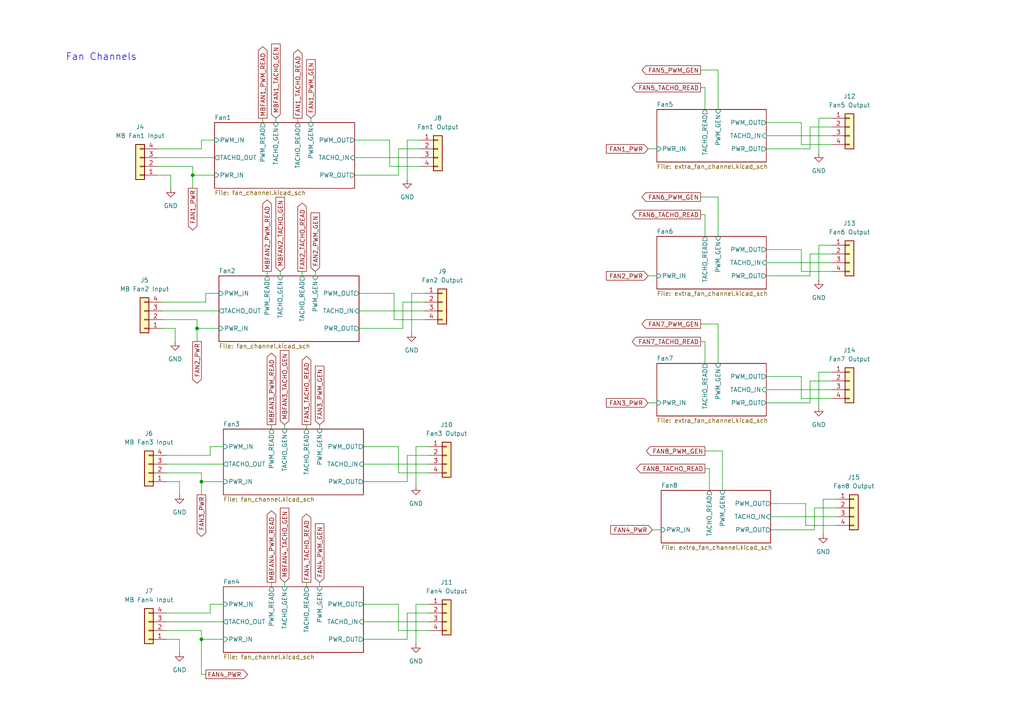
<source format=kicad_sch>
(kicad_sch (version 20211123) (generator eeschema)
  (paper "A4")
  (title_block (title "FanPico-0804D v1.2") (date "2023-02-17") (company "Timo Kokkonen <tjko@iki.fi>") (comment 3 "Fanpico firmware reference PCB."))
  (lib_symbols
    (symbol "Connector_Generic:Conn_01x04" (pin_names (offset 1.016) hide)
      (property "Reference" "J" (at 0 5.08 0))
      (property "Value" "Conn_01x04" (at 0 -7.62 0))
      (symbol "Conn_01x04_1_1"
        (rectangle (start -1.27 -4.953) (end 0 -5.207) (stroke (width 0.1524)))
        (rectangle (start -1.27 -2.413) (end 0 -2.667) (stroke (width 0.1524)))
        (rectangle (start -1.27 0.127) (end 0 -0.127) (stroke (width 0.1524)))
        (rectangle (start -1.27 2.667) (end 0 2.413) (stroke (width 0.1524)))
        (rectangle (start -1.27 3.81) (end 1.27 -6.35) (stroke (width 0.254)) (fill (type background)))
        (pin passive line (at -5.08 2.54 0) (length 3.81) (name "Pin_1") (number "1"))
        (pin passive line (at -5.08 0 0) (length 3.81) (name "Pin_2") (number "2"))
        (pin passive line (at -5.08 -2.54 0) (length 3.81) (name "Pin_3") (number "3"))
        (pin passive line (at -5.08 -5.08 0) (length 3.81) (name "Pin_4") (number "4"))
      )
    )
    (symbol "power:GND" (power) (pin_names (offset 0))
      (property "Value" "GND" (at 0 -3.81 0))
      (symbol "GND_0_1"
        (polyline (pts (xy 0 0) (xy 0 -1.27) (xy 1.27 -1.27) (xy 0 -2.54) (xy -1.27 -1.27) (xy 0 -1.27)))
      )
      (symbol "GND_1_1"
        (pin power_in line (at 0 0 270) (length 0) hide (name "GND") (number "1"))
      )
    )
  )
  (junction (at 57.15 95.25))
  (junction (at 55.88 50.8))
  (junction (at 58.42 185.42))
  (junction (at 58.42 139.7))
  (wire (pts (xy 222.25 80.01) (xy 234.95 80.01)))
  (wire (pts (xy 222.25 116.84) (xy 234.95 116.84)))
  (wire (pts (xy 48.26 177.8) (xy 60.96 177.8)))
  (wire (pts (xy 222.25 39.37) (xy 241.3 39.37)))
  (wire (pts (xy 58.42 137.16) (xy 58.42 139.7)))
  (wire (pts (xy 104.14 90.17) (xy 123.19 90.17)))
  (wire (pts (xy 209.55 130.81) (xy 209.55 142.24)))
  (wire (pts (xy 55.88 48.26) (xy 55.88 50.8)))
  (wire (pts (xy 88.9 168.91) (xy 88.9 170.18)))
  (wire (pts (xy 45.72 48.26) (xy 55.88 48.26)))
  (wire (pts (xy 222.25 35.56) (xy 232.41 35.56)))
  (wire (pts (xy 234.95 116.84) (xy 234.95 110.49)))
  (wire (pts (xy 58.42 139.7) (xy 64.77 139.7)))
  (wire (pts (xy 48.26 132.08) (xy 60.96 132.08)))
  (wire (pts (xy 60.96 129.54) (xy 64.77 129.54)))
  (wire (pts (xy 115.57 43.18) (xy 121.92 43.18)))
  (wire (pts (xy 48.26 182.88) (xy 58.42 182.88)))
  (wire (pts (xy 58.42 182.88) (xy 58.42 185.42)))
  (wire (pts (xy 205.74 135.89) (xy 204.47 135.89)))
  (wire (pts (xy 222.25 109.22) (xy 232.41 109.22)))
  (wire (pts (xy 114.3 85.09) (xy 114.3 92.71)))
  (wire (pts (xy 52.07 185.42) (xy 48.26 185.42)))
  (wire (pts (xy 232.41 78.74) (xy 241.3 78.74)))
  (wire (pts (xy 209.55 130.81) (xy 204.47 130.81)))
  (wire (pts (xy 104.14 95.25) (xy 116.84 95.25)))
  (wire (pts (xy 205.74 135.89) (xy 205.74 142.24)))
  (wire (pts (xy 124.46 129.54) (xy 120.65 129.54)))
  (wire (pts (xy 236.22 147.32) (xy 242.57 147.32)))
  (wire (pts (xy 57.15 95.25) (xy 63.5 95.25)))
  (wire (pts (xy 237.49 81.28) (xy 237.49 71.12)))
  (wire (pts (xy 76.2 34.29) (xy 76.2 35.56)))
  (wire (pts (xy 48.26 134.62) (xy 64.77 134.62)))
  (wire (pts (xy 81.28 78.74) (xy 81.28 80.01)))
  (wire (pts (xy 48.26 137.16) (xy 58.42 137.16)))
  (wire (pts (xy 59.69 85.09) (xy 63.5 85.09)))
  (wire (pts (xy 46.99 90.17) (xy 63.5 90.17)))
  (wire (pts (xy 223.52 146.05) (xy 233.68 146.05)))
  (wire (pts (xy 105.41 185.42) (xy 118.11 185.42)))
  (wire (pts (xy 233.68 152.4) (xy 242.57 152.4)))
  (wire (pts (xy 86.36 34.29) (xy 86.36 35.56)))
  (wire (pts (xy 232.41 41.91) (xy 241.3 41.91)))
  (wire (pts (xy 104.14 85.09) (xy 114.3 85.09)))
  (wire (pts (xy 232.41 109.22) (xy 232.41 115.57)))
  (wire (pts (xy 208.28 93.98) (xy 203.2 93.98)))
  (wire (pts (xy 238.76 154.94) (xy 238.76 144.78)))
  (wire (pts (xy 77.47 78.74) (xy 77.47 80.01)))
  (wire (pts (xy 232.41 72.39) (xy 232.41 78.74)))
  (wire (pts (xy 78.74 168.91) (xy 78.74 170.18)))
  (wire (pts (xy 208.28 93.98) (xy 208.28 105.41)))
  (wire (pts (xy 222.25 43.18) (xy 234.95 43.18)))
  (wire (pts (xy 58.42 185.42) (xy 64.77 185.42)))
  (wire (pts (xy 60.96 132.08) (xy 60.96 129.54)))
  (wire (pts (xy 222.25 72.39) (xy 232.41 72.39)))
  (wire (pts (xy 52.07 139.7) (xy 48.26 139.7)))
  (wire (pts (xy 120.65 129.54) (xy 120.65 140.97)))
  (wire (pts (xy 105.41 180.34) (xy 124.46 180.34)))
  (wire (pts (xy 204.47 25.4) (xy 204.47 31.75)))
  (wire (pts (xy 236.22 153.67) (xy 236.22 147.32)))
  (wire (pts (xy 113.03 40.64) (xy 113.03 48.26)))
  (wire (pts (xy 234.95 110.49) (xy 241.3 110.49)))
  (wire (pts (xy 232.41 115.57) (xy 241.3 115.57)))
  (wire (pts (xy 237.49 107.95) (xy 241.3 107.95)))
  (wire (pts (xy 55.88 50.8) (xy 62.23 50.8)))
  (wire (pts (xy 222.25 113.03) (xy 241.3 113.03)))
  (wire (pts (xy 204.47 25.4) (xy 203.2 25.4)))
  (wire (pts (xy 118.11 139.7) (xy 118.11 132.08)))
  (wire (pts (xy 102.87 50.8) (xy 115.57 50.8)))
  (wire (pts (xy 120.65 175.26) (xy 120.65 186.69)))
  (wire (pts (xy 118.11 177.8) (xy 124.46 177.8)))
  (wire (pts (xy 208.28 20.32) (xy 203.2 20.32)))
  (wire (pts (xy 105.41 134.62) (xy 124.46 134.62)))
  (wire (pts (xy 82.55 168.91) (xy 82.55 170.18)))
  (wire (pts (xy 45.72 43.18) (xy 58.42 43.18)))
  (wire (pts (xy 102.87 40.64) (xy 113.03 40.64)))
  (wire (pts (xy 237.49 71.12) (xy 241.3 71.12)))
  (wire (pts (xy 223.52 149.86) (xy 242.57 149.86)))
  (wire (pts (xy 121.92 40.64) (xy 118.11 40.64)))
  (wire (pts (xy 208.28 57.15) (xy 208.28 68.58)))
  (wire (pts (xy 58.42 40.64) (xy 62.23 40.64)))
  (wire (pts (xy 118.11 185.42) (xy 118.11 177.8)))
  (wire (pts (xy 113.03 48.26) (xy 121.92 48.26)))
  (wire (pts (xy 50.8 99.06) (xy 50.8 95.25)))
  (wire (pts (xy 187.96 43.18) (xy 190.5 43.18)))
  (wire (pts (xy 58.42 139.7) (xy 58.42 143.51)))
  (wire (pts (xy 208.28 57.15) (xy 203.2 57.15)))
  (wire (pts (xy 46.99 87.63) (xy 59.69 87.63)))
  (wire (pts (xy 233.68 146.05) (xy 233.68 152.4)))
  (wire (pts (xy 115.57 129.54) (xy 115.57 137.16)))
  (wire (pts (xy 52.07 143.51) (xy 52.07 139.7)))
  (wire (pts (xy 58.42 195.58) (xy 58.42 185.42)))
  (wire (pts (xy 223.52 153.67) (xy 236.22 153.67)))
  (wire (pts (xy 115.57 137.16) (xy 124.46 137.16)))
  (wire (pts (xy 234.95 73.66) (xy 241.3 73.66)))
  (wire (pts (xy 52.07 189.23) (xy 52.07 185.42)))
  (wire (pts (xy 123.19 85.09) (xy 119.38 85.09)))
  (wire (pts (xy 187.96 116.84) (xy 190.5 116.84)))
  (wire (pts (xy 82.55 123.19) (xy 82.55 124.46)))
  (wire (pts (xy 60.96 175.26) (xy 64.77 175.26)))
  (wire (pts (xy 102.87 45.72) (xy 121.92 45.72)))
  (wire (pts (xy 49.53 54.61) (xy 49.53 50.8)))
  (wire (pts (xy 60.96 177.8) (xy 60.96 175.26)))
  (wire (pts (xy 119.38 85.09) (xy 119.38 96.52)))
  (wire (pts (xy 237.49 44.45) (xy 237.49 34.29)))
  (wire (pts (xy 92.71 168.91) (xy 92.71 170.18)))
  (wire (pts (xy 124.46 175.26) (xy 120.65 175.26)))
  (wire (pts (xy 189.23 153.67) (xy 191.77 153.67)))
  (wire (pts (xy 48.26 180.34) (xy 64.77 180.34)))
  (wire (pts (xy 78.74 123.19) (xy 78.74 124.46)))
  (wire (pts (xy 87.63 78.74) (xy 87.63 80.01)))
  (wire (pts (xy 57.15 95.25) (xy 57.15 99.06)))
  (wire (pts (xy 88.9 123.19) (xy 88.9 124.46)))
  (wire (pts (xy 57.15 92.71) (xy 57.15 95.25)))
  (wire (pts (xy 222.25 76.2) (xy 241.3 76.2)))
  (wire (pts (xy 114.3 92.71) (xy 123.19 92.71)))
  (wire (pts (xy 115.57 50.8) (xy 115.57 43.18)))
  (wire (pts (xy 204.47 99.06) (xy 204.47 105.41)))
  (wire (pts (xy 49.53 50.8) (xy 45.72 50.8)))
  (wire (pts (xy 238.76 144.78) (xy 242.57 144.78)))
  (wire (pts (xy 59.69 195.58) (xy 58.42 195.58)))
  (wire (pts (xy 115.57 175.26) (xy 115.57 182.88)))
  (wire (pts (xy 237.49 34.29) (xy 241.3 34.29)))
  (wire (pts (xy 237.49 118.11) (xy 237.49 107.95)))
  (wire (pts (xy 105.41 129.54) (xy 115.57 129.54)))
  (wire (pts (xy 204.47 62.23) (xy 203.2 62.23)))
  (wire (pts (xy 232.41 35.56) (xy 232.41 41.91)))
  (wire (pts (xy 187.96 80.01) (xy 190.5 80.01)))
  (wire (pts (xy 116.84 87.63) (xy 123.19 87.63)))
  (wire (pts (xy 92.71 123.19) (xy 92.71 124.46)))
  (wire (pts (xy 234.95 80.01) (xy 234.95 73.66)))
  (wire (pts (xy 204.47 62.23) (xy 204.47 68.58)))
  (wire (pts (xy 55.88 50.8) (xy 55.88 54.61)))
  (wire (pts (xy 116.84 95.25) (xy 116.84 87.63)))
  (wire (pts (xy 59.69 87.63) (xy 59.69 85.09)))
  (wire (pts (xy 45.72 45.72) (xy 62.23 45.72)))
  (wire (pts (xy 58.42 43.18) (xy 58.42 40.64)))
  (wire (pts (xy 234.95 36.83) (xy 241.3 36.83)))
  (wire (pts (xy 80.01 34.29) (xy 80.01 35.56)))
  (wire (pts (xy 105.41 139.7) (xy 118.11 139.7)))
  (wire (pts (xy 90.17 34.29) (xy 90.17 35.56)))
  (wire (pts (xy 204.47 99.06) (xy 203.2 99.06)))
  (wire (pts (xy 105.41 175.26) (xy 115.57 175.26)))
  (wire (pts (xy 91.44 78.74) (xy 91.44 80.01)))
  (wire (pts (xy 118.11 132.08) (xy 124.46 132.08)))
  (wire (pts (xy 46.99 92.71) (xy 57.15 92.71)))
  (wire (pts (xy 115.57 182.88) (xy 124.46 182.88)))
  (wire (pts (xy 208.28 20.32) (xy 208.28 31.75)))
  (wire (pts (xy 118.11 40.64) (xy 118.11 52.07)))
  (wire (pts (xy 234.95 43.18) (xy 234.95 36.83)))
  (wire (pts (xy 50.8 95.25) (xy 46.99 95.25)))
  (text "Fan Channels" (at 19.05 17.78 0) (effects (font (size 2 2)) (justify left bottom)))
  (global_label "FAN1_PWM_GEN" (shape input) (at 90.17 34.29 90) (property "Intersheet References" "${INTERSHEET_REFS}" (effects hide)))
  (global_label "MBFAN4_PWM_READ" (shape output) (at 78.74 168.91 90) (property "Intersheet References" "${INTERSHEET_REFS}" (effects hide)))
  (global_label "FAN3_PWR" (shape input) (at 187.96 116.84 180) (property "Intersheet References" "${INTERSHEET_REFS}" (effects hide)))
  (global_label "FAN8_TACHO_READ" (shape output) (at 204.47 135.89 180) (property "Intersheet References" "${INTERSHEET_REFS}" (effects hide)))
  (global_label "FAN3_PWR" (shape output) (at 58.42 143.51 270) (property "Intersheet References" "${INTERSHEET_REFS}" (effects hide)))
  (global_label "FAN1_TACHO_READ" (shape output) (at 86.36 34.29 90) (property "Intersheet References" "${INTERSHEET_REFS}" (effects hide)))
  (global_label "FAN4_PWM_GEN" (shape input) (at 92.71 168.91 90) (property "Intersheet References" "${INTERSHEET_REFS}" (effects hide)))
  (global_label "FAN3_TACHO_READ" (shape output) (at 88.9 123.19 90) (property "Intersheet References" "${INTERSHEET_REFS}" (effects hide)))
  (global_label "FAN4_PWR" (shape output) (at 59.69 195.58 0) (property "Intersheet References" "${INTERSHEET_REFS}" (effects hide)))
  (global_label "FAN3_PWM_GEN" (shape input) (at 92.71 123.19 90) (property "Intersheet References" "${INTERSHEET_REFS}" (effects hide)))
  (global_label "MBFAN3_PWM_READ" (shape output) (at 78.74 123.19 90) (property "Intersheet References" "${INTERSHEET_REFS}" (effects hide)))
  (global_label "FAN2_TACHO_READ" (shape output) (at 87.63 78.74 90) (property "Intersheet References" "${INTERSHEET_REFS}" (effects hide)))
  (global_label "FAN4_TACHO_READ" (shape output) (at 88.9 168.91 90) (property "Intersheet References" "${INTERSHEET_REFS}" (effects hide)))
  (global_label "FAN7_TACHO_READ" (shape output) (at 203.2 99.06 180) (property "Intersheet References" "${INTERSHEET_REFS}" (effects hide)))
  (global_label "FAN5_TACHO_READ" (shape output) (at 203.2 25.4 180) (property "Intersheet References" "${INTERSHEET_REFS}" (effects hide)))
  (global_label "FAN1_PWR" (shape output) (at 55.88 54.61 270) (property "Intersheet References" "${INTERSHEET_REFS}" (effects hide)))
  (global_label "FAN7_PWM_GEN" (shape output) (at 203.2 93.98 180) (property "Intersheet References" "${INTERSHEET_REFS}" (effects hide)))
  (global_label "FAN6_PWM_GEN" (shape output) (at 203.2 57.15 180) (property "Intersheet References" "${INTERSHEET_REFS}" (effects hide)))
  (global_label "MBFAN2_PWM_READ" (shape output) (at 77.47 78.74 90) (property "Intersheet References" "${INTERSHEET_REFS}" (effects hide)))
  (global_label "MBFAN4_TACHO_GEN" (shape input) (at 82.55 168.91 90) (property "Intersheet References" "${INTERSHEET_REFS}" (effects hide)))
  (global_label "FAN6_TACHO_READ" (shape output) (at 203.2 62.23 180) (property "Intersheet References" "${INTERSHEET_REFS}" (effects hide)))
  (global_label "MBFAN1_PWM_READ" (shape output) (at 76.2 34.29 90) (property "Intersheet References" "${INTERSHEET_REFS}" (effects hide)))
  (global_label "FAN2_PWM_GEN" (shape input) (at 91.44 78.74 90) (property "Intersheet References" "${INTERSHEET_REFS}" (effects hide)))
  (global_label "FAN4_PWR" (shape input) (at 189.23 153.67 180) (property "Intersheet References" "${INTERSHEET_REFS}" (effects hide)))
  (global_label "FAN2_PWR" (shape input) (at 187.96 80.01 180) (property "Intersheet References" "${INTERSHEET_REFS}" (effects hide)))
  (global_label "MBFAN1_TACHO_GEN" (shape input) (at 80.01 34.29 90) (property "Intersheet References" "${INTERSHEET_REFS}" (effects hide)))
  (global_label "FAN5_PWM_GEN" (shape output) (at 203.2 20.32 180) (property "Intersheet References" "${INTERSHEET_REFS}" (effects hide)))
  (global_label "FAN8_PWM_GEN" (shape output) (at 204.47 130.81 180) (property "Intersheet References" "${INTERSHEET_REFS}" (effects hide)))
  (global_label "MBFAN2_TACHO_GEN" (shape input) (at 81.28 78.74 90) (property "Intersheet References" "${INTERSHEET_REFS}" (effects hide)))
  (global_label "FAN2_PWR" (shape output) (at 57.15 99.06 270) (property "Intersheet References" "${INTERSHEET_REFS}" (effects hide)))
  (global_label "MBFAN3_TACHO_GEN" (shape input) (at 82.55 123.19 90) (property "Intersheet References" "${INTERSHEET_REFS}" (effects hide)))
  (global_label "FAN1_PWR" (shape input) (at 187.96 43.18 180) (property "Intersheet References" "${INTERSHEET_REFS}" (effects hide)))
  (symbol (lib_id "Connector_Generic:Conn_01x04") (at 127 43.18 0) (unit 1)
    (property "Reference" "J8" (at 127 34.29 0))
    (property "Value" "Fan1 Output" (at 127 36.83 0))
    (property "Footprint" "Connector:FanPinHeader_1x04_P2.54mm_Vertical" (effects hide))
  )
  (symbol (lib_id "Connector_Generic:Conn_01x04") (at 246.38 73.66 0) (unit 1)
    (property "Reference" "J13" (at 246.38 64.77 0))
    (property "Value" "Fan6 Output" (at 246.38 67.31 0))
    (property "Footprint" "Connector:FanPinHeader_1x04_P2.54mm_Vertical" (effects hide))
  )
  (symbol (lib_id "Connector_Generic:Conn_01x04") (at 246.38 110.49 0) (unit 1)
    (property "Reference" "J14" (at 246.38 101.6 0))
    (property "Value" "Fan7 Output" (at 246.38 104.14 0))
    (property "Footprint" "Connector:FanPinHeader_1x04_P2.54mm_Vertical" (effects hide))
  )
  (symbol (lib_id "Connector_Generic:Conn_01x04") (at 129.54 132.08 0) (unit 1)
    (property "Reference" "J10" (at 129.54 123.19 0))
    (property "Value" "Fan3 Output" (at 129.54 125.73 0))
    (property "Footprint" "Connector:FanPinHeader_1x04_P2.54mm_Vertical" (effects hide))
  )
  (symbol (lib_id "power:GND") (at 52.07 189.23 0) (unit 1)
    (property "Reference" "#PWR020" (effects hide))
    (property "Value" "GND" (at 52.07 194.31 0))
  )
  (symbol (lib_id "power:GND") (at 50.8 99.06 0) (unit 1)
    (property "Reference" "#PWR018" (effects hide))
    (property "Value" "GND" (at 50.8 104.14 0))
  )
  (symbol (lib_id "power:GND") (at 52.07 143.51 0) (unit 1)
    (property "Reference" "#PWR019" (effects hide))
    (property "Value" "GND" (at 52.07 148.59 0))
  )
  (symbol (lib_id "Connector_Generic:Conn_01x04") (at 41.91 92.71 180) (unit 1)
    (property "Reference" "J5" (at 41.91 81.28 0))
    (property "Value" "MB Fan2 Input" (at 41.91 83.82 0))
    (property "Footprint" "Connector:FanPinHeader_1x04_P2.54mm_Vertical" (effects hide))
  )
  (symbol (lib_id "power:GND") (at 120.65 186.69 0) (unit 1)
    (property "Reference" "#PWR024" (effects hide))
    (property "Value" "GND" (at 120.65 191.77 0))
  )
  (symbol (lib_id "Connector_Generic:Conn_01x04") (at 246.38 36.83 0) (unit 1)
    (property "Reference" "J12" (at 246.38 27.94 0))
    (property "Value" "Fan5 Output" (at 246.38 30.48 0))
    (property "Footprint" "Connector:FanPinHeader_1x04_P2.54mm_Vertical" (effects hide))
  )
  (symbol (lib_id "Connector_Generic:Conn_01x04") (at 129.54 177.8 0) (unit 1)
    (property "Reference" "J11" (at 129.54 168.91 0))
    (property "Value" "Fan4 Output" (at 129.54 171.45 0))
    (property "Footprint" "Connector:FanPinHeader_1x04_P2.54mm_Vertical" (effects hide))
  )
  (symbol (lib_id "Connector_Generic:Conn_01x04") (at 43.18 137.16 180) (unit 1)
    (property "Reference" "J6" (at 43.18 125.73 0))
    (property "Value" "MB Fan3 Input" (at 43.18 128.27 0))
    (property "Footprint" "Connector:FanPinHeader_1x04_P2.54mm_Vertical" (effects hide))
  )
  (symbol (lib_id "power:GND") (at 238.76 154.94 0) (unit 1)
    (property "Reference" "#PWR028" (effects hide))
    (property "Value" "GND" (at 238.76 160.02 0))
  )
  (symbol (lib_id "power:GND") (at 49.53 54.61 0) (unit 1)
    (property "Reference" "#PWR017" (effects hide))
    (property "Value" "GND" (at 49.53 59.69 0))
  )
  (symbol (lib_id "Connector_Generic:Conn_01x04") (at 247.65 147.32 0) (unit 1)
    (property "Reference" "J15" (at 247.65 138.43 0))
    (property "Value" "Fan8 Output" (at 247.65 140.97 0))
    (property "Footprint" "Connector:FanPinHeader_1x04_P2.54mm_Vertical" (effects hide))
  )
  (symbol (lib_id "power:GND") (at 237.49 118.11 0) (unit 1)
    (property "Reference" "#PWR027" (effects hide))
    (property "Value" "GND" (at 237.49 123.19 0))
  )
  (symbol (lib_id "Connector_Generic:Conn_01x04") (at 43.18 182.88 180) (unit 1)
    (property "Reference" "J7" (at 43.18 171.45 0))
    (property "Value" "MB Fan4 Input" (at 43.18 173.99 0))
    (property "Footprint" "Connector:FanPinHeader_1x04_P2.54mm_Vertical" (effects hide))
  )
  (symbol (lib_id "power:GND") (at 237.49 81.28 0) (unit 1)
    (property "Reference" "#PWR026" (effects hide))
    (property "Value" "GND" (at 237.49 86.36 0))
  )
  (symbol (lib_id "Connector_Generic:Conn_01x04") (at 40.64 48.26 180) (unit 1)
    (property "Reference" "J4" (at 40.64 36.83 0))
    (property "Value" "MB Fan1 Input" (at 40.64 39.37 0))
    (property "Footprint" "Connector:FanPinHeader_1x04_P2.54mm_Vertical" (effects hide))
  )
  (symbol (lib_id "power:GND") (at 120.65 140.97 0) (unit 1)
    (property "Reference" "#PWR023" (effects hide))
    (property "Value" "GND" (at 120.65 146.05 0))
  )
  (symbol (lib_id "power:GND") (at 118.11 52.07 0) (unit 1)
    (property "Reference" "#PWR021" (effects hide))
    (property "Value" "GND" (at 118.11 57.15 0))
  )
  (symbol (lib_id "Connector_Generic:Conn_01x04") (at 128.27 87.63 0) (unit 1)
    (property "Reference" "J9" (at 128.27 78.74 0))
    (property "Value" "Fan2 Output" (at 128.27 81.28 0))
    (property "Footprint" "Connector:FanPinHeader_1x04_P2.54mm_Vertical" (effects hide))
  )
  (symbol (lib_id "power:GND") (at 237.49 44.45 0) (unit 1)
    (property "Reference" "#PWR025" (effects hide))
    (property "Value" "GND" (at 237.49 49.53 0))
  )
  (symbol (lib_id "power:GND") (at 119.38 96.52 0) (unit 1)
    (property "Reference" "#PWR022" (effects hide))
    (property "Value" "GND" (at 119.38 101.6 0))
  )
  (sheet (at 64.77 124.46) (size 40.64 19.05) (stroke (width 0.1524))
    (property "Sheet name" "Fan3" (at 64.77 123.7484 0) (effects (justify left bottom)))
    (property "Sheet file" "fan_channel.kicad_sch" (at 64.77 144.0946 0) (effects (justify left top)))
    (pin "TACHO_IN" input (at 105.41 134.62 0))
    (pin "PWM_OUT" output (at 105.41 129.54 0))
    (pin "PWR_OUT" output (at 105.41 139.7 0))
    (pin "TACHO_READ" output (at 88.9 124.46 90))
    (pin "TACHO_GEN" input (at 82.55 124.46 90))
    (pin "PWM_GEN" input (at 92.71 124.46 90))
    (pin "PWM_READ" output (at 78.74 124.46 90))
    (pin "PWR_IN" input (at 64.77 139.7 180))
    (pin "PWM_IN" input (at 64.77 129.54 180))
    (pin "TACHO_OUT" output (at 64.77 134.62 180))
  )
  (sheet (at 190.5 68.58) (size 31.75 15.24) (stroke (width 0.1524))
    (property "Sheet name" "Fan6" (at 190.5 67.8684 0) (effects (justify left bottom)))
    (property "Sheet file" "extra_fan_channel.kicad_sch" (at 190.5 84.4046 0) (effects (justify left top)))
    (pin "TACHO_IN" input (at 222.25 76.2 0))
    (pin "PWM_OUT" output (at 222.25 72.39 0))
    (pin "PWR_OUT" output (at 222.25 80.01 0))
    (pin "PWM_GEN" input (at 208.28 68.58 90))
    (pin "TACHO_READ" output (at 204.47 68.58 90))
    (pin "PWR_IN" input (at 190.5 80.01 180))
  )
  (sheet (at 190.5 105.41) (size 31.75 15.24) (stroke (width 0.1524))
    (property "Sheet name" "Fan7" (at 190.5 104.6984 0) (effects (justify left bottom)))
    (property "Sheet file" "extra_fan_channel.kicad_sch" (at 190.5 121.2346 0) (effects (justify left top)))
    (pin "TACHO_IN" input (at 222.25 113.03 0))
    (pin "PWM_OUT" output (at 222.25 109.22 0))
    (pin "PWR_OUT" output (at 222.25 116.84 0))
    (pin "PWM_GEN" input (at 208.28 105.41 90))
    (pin "TACHO_READ" output (at 204.47 105.41 90))
    (pin "PWR_IN" input (at 190.5 116.84 180))
  )
  (sheet (at 64.77 170.18) (size 40.64 19.05) (stroke (width 0.1524))
    (property "Sheet name" "Fan4" (at 64.77 169.4684 0) (effects (justify left bottom)))
    (property "Sheet file" "fan_channel.kicad_sch" (at 64.77 189.8146 0) (effects (justify left top)))
    (pin "TACHO_IN" input (at 105.41 180.34 0))
    (pin "PWM_OUT" output (at 105.41 175.26 0))
    (pin "PWR_OUT" output (at 105.41 185.42 0))
    (pin "TACHO_READ" output (at 88.9 170.18 90))
    (pin "TACHO_GEN" input (at 82.55 170.18 90))
    (pin "PWM_GEN" input (at 92.71 170.18 90))
    (pin "PWM_READ" output (at 78.74 170.18 90))
    (pin "PWR_IN" input (at 64.77 185.42 180))
    (pin "PWM_IN" input (at 64.77 175.26 180))
    (pin "TACHO_OUT" output (at 64.77 180.34 180))
  )
  (sheet (at 63.5 80.01) (size 40.64 19.05) (stroke (width 0.1524))
    (property "Sheet name" "Fan2" (at 63.5 79.2984 0) (effects (justify left bottom)))
    (property "Sheet file" "fan_channel.kicad_sch" (at 63.5 99.6446 0) (effects (justify left top)))
    (pin "TACHO_IN" input (at 104.14 90.17 0))
    (pin "PWM_OUT" output (at 104.14 85.09 0))
    (pin "PWR_OUT" output (at 104.14 95.25 0))
    (pin "TACHO_READ" output (at 87.63 80.01 90))
    (pin "TACHO_GEN" input (at 81.28 80.01 90))
    (pin "PWM_GEN" input (at 91.44 80.01 90))
    (pin "PWM_READ" output (at 77.47 80.01 90))
    (pin "PWR_IN" input (at 63.5 95.25 180))
    (pin "PWM_IN" input (at 63.5 85.09 180))
    (pin "TACHO_OUT" output (at 63.5 90.17 180))
  )
  (sheet (at 191.77 142.24) (size 31.75 15.24) (stroke (width 0.1524))
    (property "Sheet name" "Fan8" (at 191.77 141.5284 0) (effects (justify left bottom)))
    (property "Sheet file" "extra_fan_channel.kicad_sch" (at 191.77 158.0646 0) (effects (justify left top)))
    (pin "TACHO_IN" input (at 223.52 149.86 0))
    (pin "PWM_OUT" output (at 223.52 146.05 0))
    (pin "PWR_OUT" output (at 223.52 153.67 0))
    (pin "PWM_GEN" input (at 209.55 142.24 90))
    (pin "TACHO_READ" output (at 205.74 142.24 90))
    (pin "PWR_IN" input (at 191.77 153.67 180))
  )
  (sheet (at 62.23 35.56) (size 40.64 19.05) (stroke (width 0.1524))
    (property "Sheet name" "Fan1" (at 62.23 34.8484 0) (effects (justify left bottom)))
    (property "Sheet file" "fan_channel.kicad_sch" (at 62.23 55.1946 0) (effects (justify left top)))
    (pin "TACHO_IN" input (at 102.87 45.72 0))
    (pin "PWM_OUT" output (at 102.87 40.64 0))
    (pin "PWR_OUT" output (at 102.87 50.8 0))
    (pin "TACHO_READ" output (at 86.36 35.56 90))
    (pin "TACHO_GEN" input (at 80.01 35.56 90))
    (pin "PWM_GEN" input (at 90.17 35.56 90))
    (pin "PWM_READ" output (at 76.2 35.56 90))
    (pin "PWR_IN" input (at 62.23 50.8 180))
    (pin "PWM_IN" input (at 62.23 40.64 180))
    (pin "TACHO_OUT" output (at 62.23 45.72 180))
  )
  (sheet (at 190.5 31.75) (size 31.75 15.24) (stroke (width 0.1524))
    (property "Sheet name" "Fan5" (at 190.5 31.0384 0) (effects (justify left bottom)))
    (property "Sheet file" "extra_fan_channel.kicad_sch" (at 190.5 47.5746 0) (effects (justify left top)))
    (pin "TACHO_IN" input (at 222.25 39.37 0))
    (pin "PWM_OUT" output (at 222.25 35.56 0))
    (pin "PWR_OUT" output (at 222.25 43.18 0))
    (pin "PWM_GEN" input (at 208.28 31.75 90))
    (pin "TACHO_READ" output (at 204.47 31.75 90))
    (pin "PWR_IN" input (at 190.5 43.18 180))
  )
)
</source>
